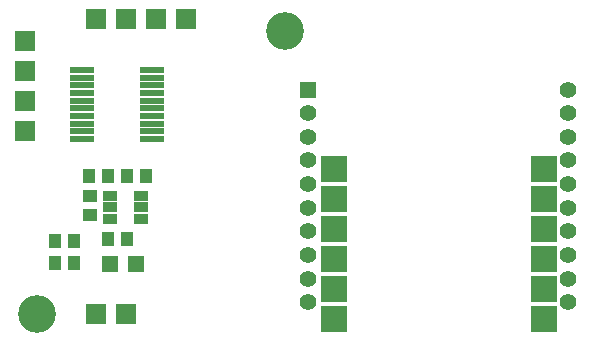
<source format=gts>
%FSLAX44Y44*%
%MOMM*%
G71*
G01*
G75*
G04 Layer_Color=8388736*
%ADD10R,2.0320X2.0320*%
%ADD11R,1.0000X0.8000*%
%ADD12R,0.8000X1.0000*%
%ADD13R,1.2700X1.2700*%
%ADD14R,1.0000X0.7000*%
%ADD15R,1.8000X0.4000*%
%ADD16C,0.2000*%
%ADD17C,0.4000*%
%ADD18C,0.3000*%
%ADD19C,1.2000*%
%ADD20R,1.2000X1.2000*%
%ADD21C,3.0000*%
%ADD22R,1.6000X1.6000*%
%ADD23C,0.8000*%
%ADD24C,0.1000*%
%ADD25C,0.1524*%
%ADD26R,0.2500X0.2500*%
%ADD27R,2.2320X2.2320*%
%ADD28R,1.2000X1.0000*%
%ADD29R,1.0000X1.2000*%
%ADD30R,1.4700X1.4700*%
%ADD31R,1.2000X0.9000*%
%ADD32R,2.0000X0.6000*%
%ADD33C,1.4000*%
%ADD34R,1.4000X1.4000*%
%ADD35C,3.2000*%
%ADD36R,1.8000X1.8000*%
D27*
X459800Y153000D02*
D03*
Y127600D02*
D03*
Y102200D02*
D03*
Y76800D02*
D03*
Y51400D02*
D03*
Y26000D02*
D03*
X282000D02*
D03*
Y51400D02*
D03*
Y76800D02*
D03*
Y102200D02*
D03*
Y127600D02*
D03*
Y153000D02*
D03*
D28*
X75500Y113700D02*
D03*
Y129700D02*
D03*
D29*
X90500Y146700D02*
D03*
X74500D02*
D03*
X90500Y93700D02*
D03*
X106500D02*
D03*
Y146700D02*
D03*
X122500D02*
D03*
X62000Y92000D02*
D03*
X46000D02*
D03*
X62000Y73000D02*
D03*
X46000D02*
D03*
D30*
X113836Y72700D02*
D03*
X92500D02*
D03*
D31*
X118500Y110700D02*
D03*
Y120200D02*
D03*
Y129800D02*
D03*
X92600D02*
D03*
Y110700D02*
D03*
Y120200D02*
D03*
D32*
X68600Y178000D02*
D03*
Y184500D02*
D03*
Y191000D02*
D03*
Y197500D02*
D03*
Y204000D02*
D03*
Y210500D02*
D03*
Y217000D02*
D03*
Y223500D02*
D03*
Y230000D02*
D03*
Y236500D02*
D03*
X128000D02*
D03*
Y230000D02*
D03*
Y223500D02*
D03*
Y217000D02*
D03*
Y210500D02*
D03*
Y204000D02*
D03*
Y197500D02*
D03*
Y191000D02*
D03*
Y184500D02*
D03*
Y178000D02*
D03*
D33*
X480000Y220000D02*
D03*
Y200000D02*
D03*
Y180000D02*
D03*
Y160000D02*
D03*
Y140000D02*
D03*
Y120000D02*
D03*
Y100000D02*
D03*
Y80000D02*
D03*
Y60000D02*
D03*
Y40000D02*
D03*
X260000D02*
D03*
Y60000D02*
D03*
Y80000D02*
D03*
Y100000D02*
D03*
Y120000D02*
D03*
Y140000D02*
D03*
Y160000D02*
D03*
Y180000D02*
D03*
Y200000D02*
D03*
D34*
Y220000D02*
D03*
D35*
X240000Y270000D02*
D03*
X30000Y30000D02*
D03*
D36*
X80000D02*
D03*
X105400D02*
D03*
X80000Y280000D02*
D03*
X105400D02*
D03*
X156200D02*
D03*
X130800D02*
D03*
X20000Y260800D02*
D03*
Y235400D02*
D03*
Y210000D02*
D03*
Y184600D02*
D03*
M02*

</source>
